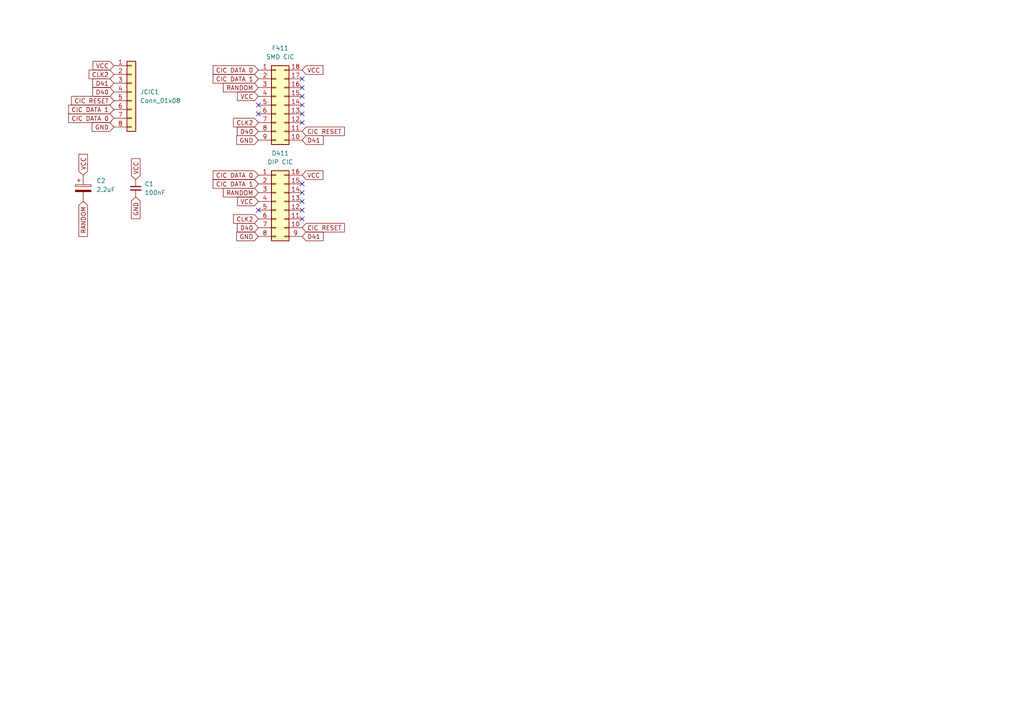
<source format=kicad_sch>
(kicad_sch (version 20211123) (generator eeschema)
  (paper "A4")
  (title_block (title "SNESCIC ADAPTER") (date "2022-07-12") (rev "V1"))
  (lib_symbols
    (symbol "Connector_Generic:Conn_01x08" (pin_names (offset 1.016) hide)
      (property "Reference" "J" (at 0 10.16 0))
      (property "Value" "Conn_01x08" (at 0 -12.7 0))
      (symbol "Conn_01x08_1_1"
        (rectangle (start -1.27 -10.033) (end 0 -10.287) (stroke (width 0.1524)))
        (rectangle (start -1.27 -7.493) (end 0 -7.747) (stroke (width 0.1524)))
        (rectangle (start -1.27 -4.953) (end 0 -5.207) (stroke (width 0.1524)))
        (rectangle (start -1.27 -2.413) (end 0 -2.667) (stroke (width 0.1524)))
        (rectangle (start -1.27 0.127) (end 0 -0.127) (stroke (width 0.1524)))
        (rectangle (start -1.27 2.667) (end 0 2.413) (stroke (width 0.1524)))
        (rectangle (start -1.27 5.207) (end 0 4.953) (stroke (width 0.1524)))
        (rectangle (start -1.27 7.747) (end 0 7.493) (stroke (width 0.1524)))
        (rectangle (start -1.27 8.89) (end 1.27 -11.43) (stroke (width 0.254)) (fill (type background)))
        (pin passive line (at -5.08 7.62 0) (length 3.81) (name "Pin_1") (number "1"))
        (pin passive line (at -5.08 5.08 0) (length 3.81) (name "Pin_2") (number "2"))
        (pin passive line (at -5.08 2.54 0) (length 3.81) (name "Pin_3") (number "3"))
        (pin passive line (at -5.08 0 0) (length 3.81) (name "Pin_4") (number "4"))
        (pin passive line (at -5.08 -2.54 0) (length 3.81) (name "Pin_5") (number "5"))
        (pin passive line (at -5.08 -5.08 0) (length 3.81) (name "Pin_6") (number "6"))
        (pin passive line (at -5.08 -7.62 0) (length 3.81) (name "Pin_7") (number "7"))
        (pin passive line (at -5.08 -10.16 0) (length 3.81) (name "Pin_8") (number "8"))
      )
    )
    (symbol "Connector_Generic:Conn_02x08_Counter_Clockwise" (pin_names (offset 1.016) hide)
      (property "Reference" "J" (at 1.27 10.16 0))
      (property "Value" "Conn_02x08_Counter_Clockwise" (at 1.27 -12.7 0))
      (symbol "Conn_02x08_Counter_Clockwise_1_1"
        (rectangle (start -1.27 -10.033) (end 0 -10.287) (stroke (width 0.1524)))
        (rectangle (start -1.27 -7.493) (end 0 -7.747) (stroke (width 0.1524)))
        (rectangle (start -1.27 -4.953) (end 0 -5.207) (stroke (width 0.1524)))
        (rectangle (start -1.27 -2.413) (end 0 -2.667) (stroke (width 0.1524)))
        (rectangle (start -1.27 0.127) (end 0 -0.127) (stroke (width 0.1524)))
        (rectangle (start -1.27 2.667) (end 0 2.413) (stroke (width 0.1524)))
        (rectangle (start -1.27 5.207) (end 0 4.953) (stroke (width 0.1524)))
        (rectangle (start -1.27 7.747) (end 0 7.493) (stroke (width 0.1524)))
        (rectangle (start -1.27 8.89) (end 3.81 -11.43) (stroke (width 0.254)) (fill (type background)))
        (rectangle (start 3.81 -10.033) (end 2.54 -10.287) (stroke (width 0.1524)))
        (rectangle (start 3.81 -7.493) (end 2.54 -7.747) (stroke (width 0.1524)))
        (rectangle (start 3.81 -4.953) (end 2.54 -5.207) (stroke (width 0.1524)))
        (rectangle (start 3.81 -2.413) (end 2.54 -2.667) (stroke (width 0.1524)))
        (rectangle (start 3.81 0.127) (end 2.54 -0.127) (stroke (width 0.1524)))
        (rectangle (start 3.81 2.667) (end 2.54 2.413) (stroke (width 0.1524)))
        (rectangle (start 3.81 5.207) (end 2.54 4.953) (stroke (width 0.1524)))
        (rectangle (start 3.81 7.747) (end 2.54 7.493) (stroke (width 0.1524)))
        (pin passive line (at -5.08 7.62 0) (length 3.81) (name "Pin_1") (number "1"))
        (pin passive line (at 7.62 -7.62 180) (length 3.81) (name "Pin_10") (number "10"))
        (pin passive line (at 7.62 -5.08 180) (length 3.81) (name "Pin_11") (number "11"))
        (pin passive line (at 7.62 -2.54 180) (length 3.81) (name "Pin_12") (number "12"))
        (pin passive line (at 7.62 0 180) (length 3.81) (name "Pin_13") (number "13"))
        (pin passive line (at 7.62 2.54 180) (length 3.81) (name "Pin_14") (number "14"))
        (pin passive line (at 7.62 5.08 180) (length 3.81) (name "Pin_15") (number "15"))
        (pin passive line (at 7.62 7.62 180) (length 3.81) (name "Pin_16") (number "16"))
        (pin passive line (at -5.08 5.08 0) (length 3.81) (name "Pin_2") (number "2"))
        (pin passive line (at -5.08 2.54 0) (length 3.81) (name "Pin_3") (number "3"))
        (pin passive line (at -5.08 0 0) (length 3.81) (name "Pin_4") (number "4"))
        (pin passive line (at -5.08 -2.54 0) (length 3.81) (name "Pin_5") (number "5"))
        (pin passive line (at -5.08 -5.08 0) (length 3.81) (name "Pin_6") (number "6"))
        (pin passive line (at -5.08 -7.62 0) (length 3.81) (name "Pin_7") (number "7"))
        (pin passive line (at -5.08 -10.16 0) (length 3.81) (name "Pin_8") (number "8"))
        (pin passive line (at 7.62 -10.16 180) (length 3.81) (name "Pin_9") (number "9"))
      )
    )
    (symbol "Connector_Generic:Conn_02x09_Counter_Clockwise" (pin_names (offset 1.016) hide)
      (property "Reference" "J" (at 1.27 12.7 0))
      (property "Value" "Conn_02x09_Counter_Clockwise" (at 1.27 -12.7 0))
      (symbol "Conn_02x09_Counter_Clockwise_1_1"
        (rectangle (start -1.27 -10.033) (end 0 -10.287) (stroke (width 0.1524)))
        (rectangle (start -1.27 -7.493) (end 0 -7.747) (stroke (width 0.1524)))
        (rectangle (start -1.27 -4.953) (end 0 -5.207) (stroke (width 0.1524)))
        (rectangle (start -1.27 -2.413) (end 0 -2.667) (stroke (width 0.1524)))
        (rectangle (start -1.27 0.127) (end 0 -0.127) (stroke (width 0.1524)))
        (rectangle (start -1.27 2.667) (end 0 2.413) (stroke (width 0.1524)))
        (rectangle (start -1.27 5.207) (end 0 4.953) (stroke (width 0.1524)))
        (rectangle (start -1.27 7.747) (end 0 7.493) (stroke (width 0.1524)))
        (rectangle (start -1.27 10.287) (end 0 10.033) (stroke (width 0.1524)))
        (rectangle (start -1.27 11.43) (end 3.81 -11.43) (stroke (width 0.254)) (fill (type background)))
        (rectangle (start 3.81 -10.033) (end 2.54 -10.287) (stroke (width 0.1524)))
        (rectangle (start 3.81 -7.493) (end 2.54 -7.747) (stroke (width 0.1524)))
        (rectangle (start 3.81 -4.953) (end 2.54 -5.207) (stroke (width 0.1524)))
        (rectangle (start 3.81 -2.413) (end 2.54 -2.667) (stroke (width 0.1524)))
        (rectangle (start 3.81 0.127) (end 2.54 -0.127) (stroke (width 0.1524)))
        (rectangle (start 3.81 2.667) (end 2.54 2.413) (stroke (width 0.1524)))
        (rectangle (start 3.81 5.207) (end 2.54 4.953) (stroke (width 0.1524)))
        (rectangle (start 3.81 7.747) (end 2.54 7.493) (stroke (width 0.1524)))
        (rectangle (start 3.81 10.287) (end 2.54 10.033) (stroke (width 0.1524)))
        (pin passive line (at -5.08 10.16 0) (length 3.81) (name "Pin_1") (number "1"))
        (pin passive line (at 7.62 -10.16 180) (length 3.81) (name "Pin_10") (number "10"))
        (pin passive line (at 7.62 -7.62 180) (length 3.81) (name "Pin_11") (number "11"))
        (pin passive line (at 7.62 -5.08 180) (length 3.81) (name "Pin_12") (number "12"))
        (pin passive line (at 7.62 -2.54 180) (length 3.81) (name "Pin_13") (number "13"))
        (pin passive line (at 7.62 0 180) (length 3.81) (name "Pin_14") (number "14"))
        (pin passive line (at 7.62 2.54 180) (length 3.81) (name "Pin_15") (number "15"))
        (pin passive line (at 7.62 5.08 180) (length 3.81) (name "Pin_16") (number "16"))
        (pin passive line (at 7.62 7.62 180) (length 3.81) (name "Pin_17") (number "17"))
        (pin passive line (at 7.62 10.16 180) (length 3.81) (name "Pin_18") (number "18"))
        (pin passive line (at -5.08 7.62 0) (length 3.81) (name "Pin_2") (number "2"))
        (pin passive line (at -5.08 5.08 0) (length 3.81) (name "Pin_3") (number "3"))
        (pin passive line (at -5.08 2.54 0) (length 3.81) (name "Pin_4") (number "4"))
        (pin passive line (at -5.08 0 0) (length 3.81) (name "Pin_5") (number "5"))
        (pin passive line (at -5.08 -2.54 0) (length 3.81) (name "Pin_6") (number "6"))
        (pin passive line (at -5.08 -5.08 0) (length 3.81) (name "Pin_7") (number "7"))
        (pin passive line (at -5.08 -7.62 0) (length 3.81) (name "Pin_8") (number "8"))
        (pin passive line (at -5.08 -10.16 0) (length 3.81) (name "Pin_9") (number "9"))
      )
    )
    (symbol "Device:C_Polarized" (pin_numbers hide) (pin_names (offset 0.254))
      (property "Reference" "C" (at 0.635 2.54 0))
      (property "Value" "C_Polarized" (at 0.635 -2.54 0))
      (symbol "C_Polarized_0_1"
        (rectangle (start -2.286 0.508) (end 2.286 1.016))
        (polyline (pts (xy -1.778 2.286) (xy -0.762 2.286)))
        (polyline (pts (xy -1.27 2.794) (xy -1.27 1.778)))
        (rectangle (start 2.286 -0.508) (end -2.286 -1.016) (fill (type outline)))
      )
      (symbol "C_Polarized_1_1"
        (pin passive line (at 0 3.81 270) (length 2.794) (name "~") (number "1"))
        (pin passive line (at 0 -3.81 90) (length 2.794) (name "~") (number "2"))
      )
    )
    (symbol "Device:C_Small" (pin_numbers hide) (pin_names (offset 0.254) hide)
      (property "Reference" "C" (at 0.254 1.778 0))
      (property "Value" "C_Small" (at 0.254 -2.032 0))
      (symbol "C_Small_0_1"
        (polyline (pts (xy -1.524 -0.508) (xy 1.524 -0.508)) (stroke (width 0.3302)))
        (polyline (pts (xy -1.524 0.508) (xy 1.524 0.508)) (stroke (width 0.3048)))
      )
      (symbol "C_Small_1_1"
        (pin passive line (at 0 2.54 270) (length 2.032) (name "~") (number "1"))
        (pin passive line (at 0 -2.54 90) (length 2.032) (name "~") (number "2"))
      )
    )
  )
  (no_connect (at 87.63 53.34))
  (no_connect (at 87.63 55.88))
  (no_connect (at 74.93 60.96))
  (no_connect (at 87.63 58.42))
  (no_connect (at 87.63 60.96))
  (no_connect (at 87.63 63.5))
  (no_connect (at 74.93 30.48))
  (no_connect (at 74.93 33.02))
  (no_connect (at 87.63 33.02))
  (no_connect (at 87.63 35.56))
  (no_connect (at 87.63 22.86))
  (no_connect (at 87.63 25.4))
  (no_connect (at 87.63 27.94))
  (no_connect (at 87.63 30.48))
  (global_label "CIC DATA 0" (shape input) (at 74.93 20.32 180) (property "Intersheet References" "${INTERSHEET_REFS}" (effects hide)))
  (global_label "CLK2" (shape input) (at 74.93 63.5 180) (property "Intersheet References" "${INTERSHEET_REFS}" (effects hide)))
  (global_label "RANDOM" (shape input) (at 74.93 25.4 180) (property "Intersheet References" "${INTERSHEET_REFS}" (effects hide)))
  (global_label "CIC DATA 1" (shape input) (at 74.93 53.34 180) (property "Intersheet References" "${INTERSHEET_REFS}" (effects hide)))
  (global_label "RANDOM" (shape input) (at 24.13 58.42 270) (property "Intersheet References" "${INTERSHEET_REFS}" (effects hide)))
  (global_label "VCC" (shape input) (at 24.13 50.8 90) (property "Intersheet References" "${INTERSHEET_REFS}" (effects hide)))
  (global_label "D41" (shape input) (at 87.63 40.64 0) (property "Intersheet References" "${INTERSHEET_REFS}" (effects hide)))
  (global_label "VCC" (shape input) (at 74.93 58.42 180) (property "Intersheet References" "${INTERSHEET_REFS}" (effects hide)))
  (global_label "VCC" (shape input) (at 39.37 52.07 90) (property "Intersheet References" "${INTERSHEET_REFS}" (effects hide)))
  (global_label "CIC RESET" (shape input) (at 33.02 29.21 180) (property "Intersheet References" "${INTERSHEET_REFS}" (effects hide)))
  (global_label "CIC DATA 0" (shape input) (at 33.02 34.29 180) (property "Intersheet References" "${INTERSHEET_REFS}" (effects hide)))
  (global_label "VCC" (shape input) (at 74.93 27.94 180) (property "Intersheet References" "${INTERSHEET_REFS}" (effects hide)))
  (global_label "CIC DATA 1" (shape input) (at 33.02 31.75 180) (property "Intersheet References" "${INTERSHEET_REFS}" (effects hide)))
  (global_label "RANDOM" (shape input) (at 74.93 55.88 180) (property "Intersheet References" "${INTERSHEET_REFS}" (effects hide)))
  (global_label "VCC" (shape input) (at 33.02 19.05 180) (property "Intersheet References" "${INTERSHEET_REFS}" (effects hide)))
  (global_label "GND" (shape input) (at 39.37 57.15 270) (property "Intersheet References" "${INTERSHEET_REFS}" (effects hide)))
  (global_label "VCC" (shape input) (at 87.63 50.8 0) (property "Intersheet References" "${INTERSHEET_REFS}" (effects hide)))
  (global_label "D40" (shape input) (at 74.93 38.1 180) (property "Intersheet References" "${INTERSHEET_REFS}" (effects hide)))
  (global_label "D41" (shape input) (at 87.63 68.58 0) (property "Intersheet References" "${INTERSHEET_REFS}" (effects hide)))
  (global_label "CLK2" (shape input) (at 33.02 21.59 180) (property "Intersheet References" "${INTERSHEET_REFS}" (effects hide)))
  (global_label "GND" (shape input) (at 33.02 36.83 180) (property "Intersheet References" "${INTERSHEET_REFS}" (effects hide)))
  (global_label "VCC" (shape input) (at 87.63 20.32 0) (property "Intersheet References" "${INTERSHEET_REFS}" (effects hide)))
  (global_label "GND" (shape input) (at 74.93 40.64 180) (property "Intersheet References" "${INTERSHEET_REFS}" (effects hide)))
  (global_label "CIC DATA 1" (shape input) (at 74.93 22.86 180) (property "Intersheet References" "${INTERSHEET_REFS}" (effects hide)))
  (global_label "CLK2" (shape input) (at 74.93 35.56 180) (property "Intersheet References" "${INTERSHEET_REFS}" (effects hide)))
  (global_label "CIC RESET" (shape input) (at 87.63 38.1 0) (property "Intersheet References" "${INTERSHEET_REFS}" (effects hide)))
  (global_label "D41" (shape input) (at 33.02 24.13 180) (property "Intersheet References" "${INTERSHEET_REFS}" (effects hide)))
  (global_label "CIC RESET" (shape input) (at 87.63 66.04 0) (property "Intersheet References" "${INTERSHEET_REFS}" (effects hide)))
  (global_label "D40" (shape input) (at 74.93 66.04 180) (property "Intersheet References" "${INTERSHEET_REFS}" (effects hide)))
  (global_label "D40" (shape input) (at 33.02 26.67 180) (property "Intersheet References" "${INTERSHEET_REFS}" (effects hide)))
  (global_label "GND" (shape input) (at 74.93 68.58 180) (property "Intersheet References" "${INTERSHEET_REFS}" (effects hide)))
  (global_label "CIC DATA 0" (shape input) (at 74.93 50.8 180) (property "Intersheet References" "${INTERSHEET_REFS}" (effects hide)))
  (symbol (lib_id "Connector_Generic:Conn_02x08_Counter_Clockwise") (at 80.01 58.42 0) (unit 1)
    (property "Reference" "D411" (at 81.28 44.45 0))
    (property "Value" "DIP CIC" (at 81.28 46.99 0))
  )
  (symbol (lib_id "Connector_Generic:Conn_01x08") (at 38.1 26.67 0) (unit 1)
    (property "Reference" "JCIC1" (at 40.64 26.6699 0) (effects (justify left)))
    (property "Value" "Conn_01x08" (at 40.64 29.2099 0) (effects (justify left)))
  )
  (symbol (lib_id "Device:C_Small") (at 39.37 54.61 0) (unit 1)
    (property "Reference" "C1" (at 41.91 53.3462 0) (effects (justify left)))
    (property "Value" "100nF" (at 41.91 55.8862 0) (effects (justify left)))
  )
  (symbol (lib_id "Connector_Generic:Conn_02x09_Counter_Clockwise") (at 80.01 30.48 0) (unit 1)
    (property "Reference" "F411" (at 81.28 13.97 0))
    (property "Value" "SMD CIC" (at 81.28 16.51 0))
  )
  (symbol (lib_id "Device:C_Polarized") (at 24.13 54.61 0) (unit 1)
    (property "Reference" "C2" (at 27.94 52.4509 0) (effects (justify left)))
    (property "Value" "2.2uF" (at 27.94 54.9909 0) (effects (justify left)))
  )
)
</source>
